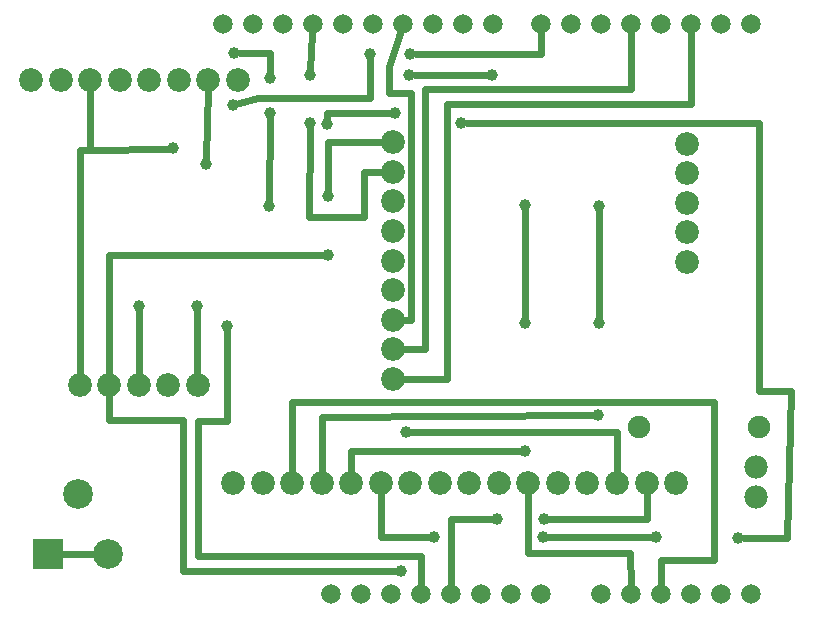
<source format=gbl>
G04 MADE WITH FRITZING*
G04 WWW.FRITZING.ORG*
G04 DOUBLE SIDED*
G04 HOLES PLATED*
G04 CONTOUR ON CENTER OF CONTOUR VECTOR*
%ASAXBY*%
%FSLAX23Y23*%
%MOIN*%
%OFA0B0*%
%SFA1.0B1.0*%
%ADD10C,0.039370*%
%ADD11C,0.099000*%
%ADD12C,0.075000*%
%ADD13C,0.079370*%
%ADD14C,0.065278*%
%ADD15C,0.078000*%
%ADD16R,0.099000X0.099000*%
%ADD17C,0.024000*%
%LNCOPPER0*%
G90*
G70*
G54D10*
X1352Y642D03*
X1537Y1673D03*
X757Y996D03*
X781Y1906D03*
X462Y1063D03*
X576Y1587D03*
X1336Y177D03*
X1655Y351D03*
X1812Y351D03*
X1994Y697D03*
X1749Y579D03*
G54D11*
X359Y236D03*
X159Y236D03*
X259Y436D03*
G54D12*
X2531Y658D03*
X2131Y658D03*
G54D13*
X265Y799D03*
X364Y799D03*
X462Y799D03*
X560Y799D03*
X659Y799D03*
X2253Y473D03*
X2155Y473D03*
X2057Y473D03*
X1958Y473D03*
X1860Y473D03*
X1761Y473D03*
X1663Y473D03*
X1564Y473D03*
X1466Y473D03*
X1368Y473D03*
X1269Y473D03*
X1171Y473D03*
X1072Y473D03*
X974Y473D03*
X875Y473D03*
X777Y473D03*
X2289Y1209D03*
X2289Y1307D03*
X2289Y1406D03*
X2289Y1504D03*
X2289Y1603D03*
X1309Y1607D03*
X1309Y1508D03*
X1309Y1410D03*
X1309Y1311D03*
X1309Y1213D03*
X1309Y1114D03*
X1309Y1016D03*
X1309Y918D03*
X1309Y819D03*
X793Y1815D03*
X694Y1815D03*
X596Y1815D03*
X498Y1815D03*
X399Y1815D03*
X301Y1815D03*
X202Y1815D03*
X104Y1815D03*
G54D14*
X2103Y100D03*
X2203Y100D03*
X2303Y100D03*
X2403Y100D03*
X2503Y100D03*
X1643Y2000D03*
X1543Y2000D03*
X1443Y2000D03*
X1343Y2000D03*
X1243Y2000D03*
X1143Y2000D03*
X1043Y2000D03*
X943Y2000D03*
X843Y2000D03*
X743Y2000D03*
X2503Y2000D03*
X2403Y2000D03*
X2303Y2000D03*
X2203Y2000D03*
X2103Y2000D03*
X2003Y2000D03*
X1903Y2000D03*
X1803Y2000D03*
X1203Y100D03*
X1103Y100D03*
X1303Y100D03*
X1403Y100D03*
X1503Y100D03*
X1603Y100D03*
X1703Y100D03*
X1803Y100D03*
X2003Y100D03*
G54D15*
X2521Y524D03*
X2521Y425D03*
G54D10*
X1749Y1004D03*
X1749Y1398D03*
X1446Y292D03*
X1809Y292D03*
X2186Y292D03*
X2461Y288D03*
X1092Y1429D03*
X1092Y1233D03*
X895Y1394D03*
X655Y1063D03*
X777Y1733D03*
X1234Y1902D03*
X1368Y1902D03*
X686Y1536D03*
X1091Y1667D03*
X1316Y1705D03*
X1364Y1831D03*
X1639Y1831D03*
X1998Y1394D03*
X1996Y1004D03*
X900Y1820D03*
X1033Y1831D03*
X1033Y1670D03*
X900Y1704D03*
G54D16*
X159Y236D03*
G54D17*
X1371Y1771D02*
X1371Y1016D01*
D02*
X1333Y1971D02*
X1297Y1859D01*
D02*
X1297Y1771D02*
X1371Y1771D01*
D02*
X1297Y1859D02*
X1297Y1771D01*
D02*
X1371Y1016D02*
X1339Y1016D01*
D02*
X1761Y239D02*
X1761Y442D01*
D02*
X2101Y239D02*
X1761Y239D01*
D02*
X2102Y132D02*
X2101Y239D01*
D02*
X2103Y1785D02*
X1418Y1785D01*
D02*
X2103Y1969D02*
X2103Y1785D01*
D02*
X1418Y1785D02*
X1418Y918D01*
D02*
X1418Y918D02*
X1339Y918D01*
D02*
X2303Y1736D02*
X1489Y1736D01*
D02*
X2303Y1969D02*
X2303Y1736D01*
D02*
X1489Y1736D02*
X1489Y819D01*
D02*
X1489Y819D02*
X1339Y819D01*
D02*
X1371Y642D02*
X2057Y642D01*
D02*
X2057Y642D02*
X2057Y503D01*
D02*
X2203Y214D02*
X2379Y214D01*
D02*
X2203Y132D02*
X2203Y214D01*
D02*
X2379Y214D02*
X2379Y741D01*
D02*
X2379Y741D02*
X974Y741D01*
D02*
X974Y741D02*
X974Y504D01*
D02*
X1403Y132D02*
X1403Y227D01*
D02*
X1403Y227D02*
X660Y227D01*
D02*
X660Y227D02*
X660Y678D01*
D02*
X757Y678D02*
X757Y977D01*
D02*
X660Y678D02*
X757Y678D01*
D02*
X895Y1413D02*
X899Y1685D01*
D02*
X900Y1839D02*
X900Y1906D01*
D02*
X900Y1906D02*
X800Y1906D01*
D02*
X462Y1044D02*
X462Y830D01*
D02*
X327Y236D02*
X191Y236D01*
D02*
X1278Y1508D02*
X1214Y1508D01*
D02*
X1214Y1359D02*
X1029Y1357D01*
D02*
X1214Y1508D02*
X1214Y1359D01*
D02*
X1034Y1850D02*
X1041Y1969D01*
D02*
X1029Y1357D02*
X1033Y1651D01*
D02*
X301Y1784D02*
X301Y1581D01*
D02*
X301Y1581D02*
X557Y1586D01*
D02*
X1092Y1607D02*
X1092Y1448D01*
D02*
X1278Y1607D02*
X1092Y1607D01*
D02*
X609Y177D02*
X1317Y177D01*
D02*
X609Y681D02*
X609Y177D01*
D02*
X364Y681D02*
X609Y681D01*
D02*
X364Y769D02*
X364Y681D01*
D02*
X1503Y351D02*
X1503Y132D01*
D02*
X1636Y351D02*
X1503Y351D01*
D02*
X2155Y351D02*
X1831Y351D01*
D02*
X2155Y442D02*
X2155Y351D01*
D02*
X1996Y1023D02*
X1997Y1375D01*
D02*
X1073Y692D02*
X1975Y697D01*
D02*
X1072Y503D02*
X1073Y692D01*
D02*
X1171Y579D02*
X1730Y579D01*
D02*
X1171Y504D02*
X1171Y579D01*
D02*
X1749Y1023D02*
X1749Y1379D01*
D02*
X1269Y292D02*
X1427Y292D01*
D02*
X1269Y442D02*
X1269Y292D01*
D02*
X1828Y292D02*
X2167Y292D01*
D02*
X2530Y1673D02*
X1556Y1673D01*
D02*
X2635Y777D02*
X2530Y777D01*
D02*
X2530Y777D02*
X2530Y1673D01*
D02*
X2624Y288D02*
X2635Y777D01*
D02*
X2480Y288D02*
X2624Y288D01*
D02*
X1073Y1233D02*
X364Y1233D01*
D02*
X364Y1233D02*
X364Y830D01*
D02*
X658Y830D02*
X655Y1044D01*
D02*
X1387Y1902D02*
X1803Y1902D01*
D02*
X1803Y1902D02*
X1803Y1969D01*
D02*
X860Y1756D02*
X1234Y1756D01*
D02*
X1234Y1756D02*
X1234Y1883D01*
D02*
X795Y1738D02*
X860Y1756D01*
D02*
X1091Y1705D02*
X1297Y1705D01*
D02*
X1383Y1831D02*
X1620Y1831D01*
D02*
X1091Y1686D02*
X1091Y1705D01*
D02*
X693Y1784D02*
X687Y1555D01*
D02*
X265Y830D02*
X265Y1581D01*
D02*
X265Y1581D02*
X301Y1581D01*
G04 End of Copper0*
M02*
</source>
